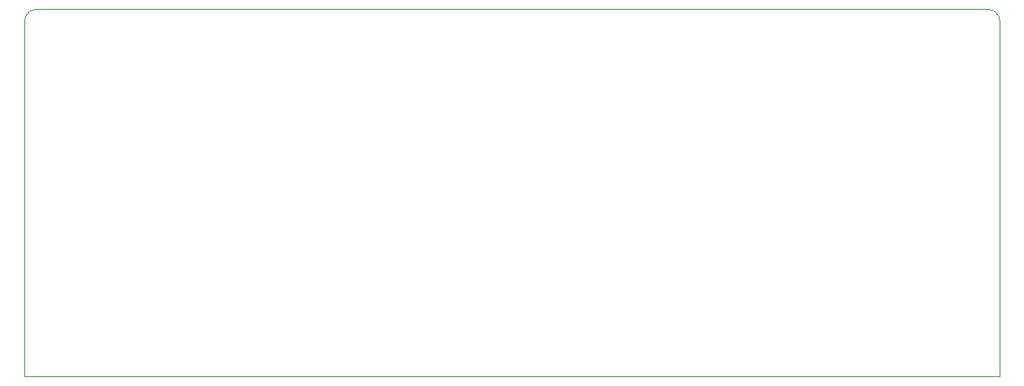
<source format=gbr>
G04 #@! TF.GenerationSoftware,KiCad,Pcbnew,(5.1.0-0)*
G04 #@! TF.CreationDate,2020-05-13T19:17:17-07:00*
G04 #@! TF.ProjectId,SoundCard,536f756e-6443-4617-9264-2e6b69636164,rev?*
G04 #@! TF.SameCoordinates,Original*
G04 #@! TF.FileFunction,Profile,NP*
%FSLAX46Y46*%
G04 Gerber Fmt 4.6, Leading zero omitted, Abs format (unit mm)*
G04 Created by KiCad (PCBNEW (5.1.0-0)) date 2020-05-13 19:17:17*
%MOMM*%
%LPD*%
G04 APERTURE LIST*
%ADD10C,0.050000*%
G04 APERTURE END LIST*
D10*
X163830000Y-99060000D02*
G75*
G02X165100000Y-100330000I0J-1270000D01*
G01*
X63500000Y-100330000D02*
G75*
G02X64770000Y-99060000I1270000J0D01*
G01*
X63500000Y-100330000D02*
X63500000Y-137414000D01*
X163830000Y-99060000D02*
X64770000Y-99060000D01*
X165100000Y-137414000D02*
X165100000Y-100330000D01*
X63500000Y-137414000D02*
X165100000Y-137414000D01*
M02*

</source>
